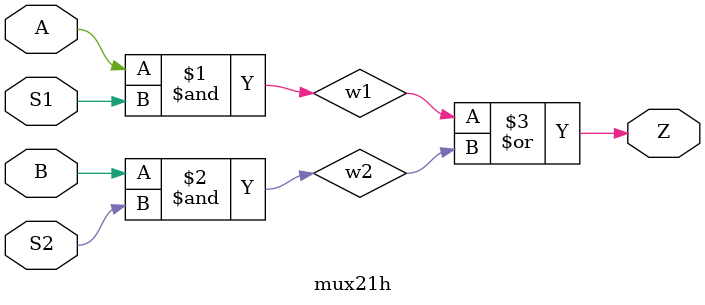
<source format=v>
module mux21h (Z, A, S1, B, S2);

   input  S1, S2, A, B;
   
   output Z;

   and a1 (w1, A, S1);
   and a2 (w2, B, S2);
   or o1 (Z, w1, w2);

endmodule // mux21h

   
</source>
